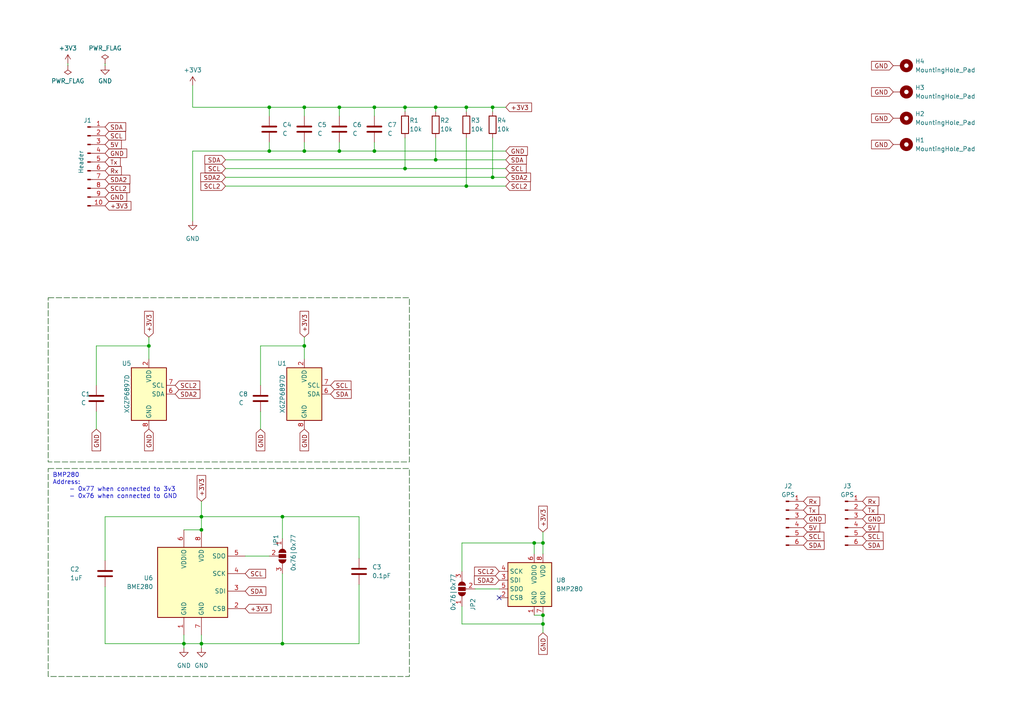
<source format=kicad_sch>
(kicad_sch (version 20230121) (generator eeschema)
  (paper "A4")
  (title_block (title "Airspeed") (date "2024-03-26") (rev "1") (company "velometa.com"))
  (lib_symbols
    (symbol "Connector:Conn_01x06_Pin" (pin_names (offset 1.016) hide)
      (property "Reference" "J" (at 0 7.62 0))
      (property "Value" "Conn_01x06_Pin" (at 0 -10.16 0))
      (symbol "Conn_01x06_Pin_1_1"
        (polyline (pts (xy 1.27 -7.62) (xy 0.8636 -7.62)) (stroke (width 0.1524)))
        (polyline (pts (xy 1.27 -5.08) (xy 0.8636 -5.08)) (stroke (width 0.1524)))
        (polyline (pts (xy 1.27 -2.54) (xy 0.8636 -2.54)) (stroke (width 0.1524)))
        (polyline (pts (xy 1.27 0) (xy 0.8636 0)) (stroke (width 0.1524)))
        (polyline (pts (xy 1.27 2.54) (xy 0.8636 2.54)) (stroke (width 0.1524)))
        (polyline (pts (xy 1.27 5.08) (xy 0.8636 5.08)) (stroke (width 0.1524)))
        (rectangle (start 0.8636 -7.493) (end 0 -7.747) (stroke (width 0.1524)) (fill (type outline)))
        (rectangle (start 0.8636 -4.953) (end 0 -5.207) (stroke (width 0.1524)) (fill (type outline)))
        (rectangle (start 0.8636 -2.413) (end 0 -2.667) (stroke (width 0.1524)) (fill (type outline)))
        (rectangle (start 0.8636 0.127) (end 0 -0.127) (stroke (width 0.1524)) (fill (type outline)))
        (rectangle (start 0.8636 2.667) (end 0 2.413) (stroke (width 0.1524)) (fill (type outline)))
        (rectangle (start 0.8636 5.207) (end 0 4.953) (stroke (width 0.1524)) (fill (type outline)))
        (pin passive line (at 5.08 5.08 180) (length 3.81) (name "Pin_1") (number "1"))
        (pin passive line (at 5.08 2.54 180) (length 3.81) (name "Pin_2") (number "2"))
        (pin passive line (at 5.08 0 180) (length 3.81) (name "Pin_3") (number "3"))
        (pin passive line (at 5.08 -2.54 180) (length 3.81) (name "Pin_4") (number "4"))
        (pin passive line (at 5.08 -5.08 180) (length 3.81) (name "Pin_5") (number "5"))
        (pin passive line (at 5.08 -7.62 180) (length 3.81) (name "Pin_6") (number "6"))
      )
    )
    (symbol "Connector:Conn_01x10_Pin" (pin_names (offset 1.016) hide)
      (property "Reference" "J" (at 0 12.7 0))
      (property "Value" "Conn_01x10_Pin" (at 0 -15.24 0))
      (symbol "Conn_01x10_Pin_1_1"
        (polyline (pts (xy 1.27 -12.7) (xy 0.8636 -12.7)) (stroke (width 0.1524)))
        (polyline (pts (xy 1.27 -10.16) (xy 0.8636 -10.16)) (stroke (width 0.1524)))
        (polyline (pts (xy 1.27 -7.62) (xy 0.8636 -7.62)) (stroke (width 0.1524)))
        (polyline (pts (xy 1.27 -5.08) (xy 0.8636 -5.08)) (stroke (width 0.1524)))
        (polyline (pts (xy 1.27 -2.54) (xy 0.8636 -2.54)) (stroke (width 0.1524)))
        (polyline (pts (xy 1.27 0) (xy 0.8636 0)) (stroke (width 0.1524)))
        (polyline (pts (xy 1.27 2.54) (xy 0.8636 2.54)) (stroke (width 0.1524)))
        (polyline (pts (xy 1.27 5.08) (xy 0.8636 5.08)) (stroke (width 0.1524)))
        (polyline (pts (xy 1.27 7.62) (xy 0.8636 7.62)) (stroke (width 0.1524)))
        (polyline (pts (xy 1.27 10.16) (xy 0.8636 10.16)) (stroke (width 0.1524)))
        (rectangle (start 0.8636 -12.573) (end 0 -12.827) (stroke (width 0.1524)) (fill (type outline)))
        (rectangle (start 0.8636 -10.033) (end 0 -10.287) (stroke (width 0.1524)) (fill (type outline)))
        (rectangle (start 0.8636 -7.493) (end 0 -7.747) (stroke (width 0.1524)) (fill (type outline)))
        (rectangle (start 0.8636 -4.953) (end 0 -5.207) (stroke (width 0.1524)) (fill (type outline)))
        (rectangle (start 0.8636 -2.413) (end 0 -2.667) (stroke (width 0.1524)) (fill (type outline)))
        (rectangle (start 0.8636 0.127) (end 0 -0.127) (stroke (width 0.1524)) (fill (type outline)))
        (rectangle (start 0.8636 2.667) (end 0 2.413) (stroke (width 0.1524)) (fill (type outline)))
        (rectangle (start 0.8636 5.207) (end 0 4.953) (stroke (width 0.1524)) (fill (type outline)))
        (rectangle (start 0.8636 7.747) (end 0 7.493) (stroke (width 0.1524)) (fill (type outline)))
        (rectangle (start 0.8636 10.287) (end 0 10.033) (stroke (width 0.1524)) (fill (type outline)))
        (pin passive line (at 5.08 10.16 180) (length 3.81) (name "Pin_1") (number "1"))
        (pin passive line (at 5.08 -12.7 180) (length 3.81) (name "Pin_10") (number "10"))
        (pin passive line (at 5.08 7.62 180) (length 3.81) (name "Pin_2") (number "2"))
        (pin passive line (at 5.08 5.08 180) (length 3.81) (name "Pin_3") (number "3"))
        (pin passive line (at 5.08 2.54 180) (length 3.81) (name "Pin_4") (number "4"))
        (pin passive line (at 5.08 0 180) (length 3.81) (name "Pin_5") (number "5"))
        (pin passive line (at 5.08 -2.54 180) (length 3.81) (name "Pin_6") (number "6"))
        (pin passive line (at 5.08 -5.08 180) (length 3.81) (name "Pin_7") (number "7"))
        (pin passive line (at 5.08 -7.62 180) (length 3.81) (name "Pin_8") (number "8"))
        (pin passive line (at 5.08 -10.16 180) (length 3.81) (name "Pin_9") (number "9"))
      )
    )
    (symbol "Device:C" (pin_numbers hide) (pin_names (offset 0.254))
      (property "Reference" "C" (at 0.635 2.54 0))
      (property "Value" "C" (at 0.635 -2.54 0))
      (symbol "C_0_1"
        (polyline (pts (xy -2.032 -0.762) (xy 2.032 -0.762)) (stroke (width 0.508)))
        (polyline (pts (xy -2.032 0.762) (xy 2.032 0.762)) (stroke (width 0.508)))
      )
      (symbol "C_1_1"
        (pin passive line (at 0 3.81 270) (length 2.794) (name "~") (number "1"))
        (pin passive line (at 0 -3.81 90) (length 2.794) (name "~") (number "2"))
      )
    )
    (symbol "Device:R" (pin_numbers hide) (pin_names (offset 0))
      (property "Reference" "R" (at 2.032 0 90))
      (property "Value" "R" (at 0 0 90))
      (symbol "R_0_1"
        (rectangle (start -1.016 -2.54) (end 1.016 2.54) (stroke (width 0.254)))
      )
      (symbol "R_1_1"
        (pin passive line (at 0 3.81 270) (length 1.27) (name "~") (number "1"))
        (pin passive line (at 0 -3.81 90) (length 1.27) (name "~") (number "2"))
      )
    )
    (symbol "Diff_Pressure:BMP280"
      (property "Reference" "U" (at -7.62 10.16 0))
      (property "Value" "BMP280" (at 5.08 10.16 0))
      (symbol "BMP280_0_1"
        (rectangle (start -7.62 -5.08) (end 5.08 7.62) (stroke (width 0.254)) (fill (type background)))
      )
      (symbol "BMP280_1_1"
        (pin power_in line (at 0 -7.62 90) (length 2.54) (name "GND") (number "1"))
        (pin input line (at -10.16 -2.54 0) (length 2.54) (name "CSB") (number "2"))
        (pin bidirectional line (at -10.16 2.54 0) (length 2.54) (name "SDI") (number "3"))
        (pin input line (at -10.16 5.08 0) (length 2.54) (name "SCK") (number "4"))
        (pin bidirectional line (at -10.16 0 0) (length 2.54) (name "SDO") (number "5"))
        (pin power_in line (at 0 10.16 270) (length 2.54) (name "VDDIO") (number "6"))
        (pin power_in line (at 2.54 -7.62 90) (length 2.54) (name "GND") (number "7"))
        (pin power_in line (at 2.54 10.16 270) (length 2.54) (name "VDD") (number "8"))
      )
    )
    (symbol "Diff_Pressure:XGZP6897D"
      (property "Reference" "U" (at -5.08 8.89 0))
      (property "Value" "XGZP6897D" (at 1.27 8.89 0))
      (symbol "XGZP6897D_0_1"
        (rectangle (start -5.08 7.62) (end 5.08 -7.62) (stroke (width 0.254)) (fill (type background)))
      )
      (symbol "XGZP6897D_1_0"
        (pin no_connect line (at -5.08 2.54 0) (length 2.54) hide (name "NC") (number "1"))
        (pin no_connect line (at -5.08 0 0) (length 2.54) hide (name "NC") (number "3"))
        (pin no_connect line (at -5.08 -2.54 0) (length 2.54) hide (name "NC") (number "4"))
        (pin no_connect line (at -5.08 -5.08 0) (length 2.54) hide (name "NC") (number "5"))
      )
      (symbol "XGZP6897D_1_1"
        (pin power_in line (at 0 10.16 270) (length 2.54) (name "VDD") (number "2"))
        (pin bidirectional line (at 7.62 0 180) (length 2.54) (name "SDA") (number "6"))
        (pin passive line (at 7.62 2.54 180) (length 2.54) (name "SCL") (number "7"))
        (pin power_in line (at 0 -10.16 90) (length 2.54) (name "GND") (number "8"))
      )
    )
    (symbol "Jumper:SolderJumper_3_Open" (pin_names (offset 0) hide)
      (property "Reference" "JP" (at -2.54 -2.54 0))
      (property "Value" "SolderJumper_3_Open" (at 0 2.794 0))
      (symbol "SolderJumper_3_Open_0_1"
        (arc (start -1.016 1.016) (mid -2.0276 0) (end -1.016 -1.016))
        (arc (start -1.016 1.016) (mid -2.0276 0) (end -1.016 -1.016) (fill (type outline)))
        (rectangle (start -0.508 1.016) (end 0.508 -1.016) (fill (type outline)))
        (polyline (pts (xy -2.54 0) (xy -2.032 0)))
        (polyline (pts (xy -1.016 1.016) (xy -1.016 -1.016)))
        (polyline (pts (xy 0 -1.27) (xy 0 -1.016)))
        (polyline (pts (xy 1.016 1.016) (xy 1.016 -1.016)))
        (polyline (pts (xy 2.54 0) (xy 2.032 0)))
        (arc (start 1.016 -1.016) (mid 2.0276 0) (end 1.016 1.016))
        (arc (start 1.016 -1.016) (mid 2.0276 0) (end 1.016 1.016) (fill (type outline)))
      )
      (symbol "SolderJumper_3_Open_1_1"
        (pin passive line (at -5.08 0 0) (length 2.54) (name "A") (number "1"))
        (pin passive line (at 0 -3.81 90) (length 2.54) (name "C") (number "2"))
        (pin passive line (at 5.08 0 180) (length 2.54) (name "B") (number "3"))
      )
    )
    (symbol "Mechanical:MountingHole_Pad" (pin_numbers hide) (pin_names (offset 1.016) hide)
      (property "Reference" "H" (at 0 6.35 0))
      (property "Value" "MountingHole_Pad" (at 0 4.445 0))
      (symbol "MountingHole_Pad_0_1"
        (circle (center 0 1.27) (radius 1.27) (stroke (width 1.27)))
      )
      (symbol "MountingHole_Pad_1_1"
        (pin input line (at 0 -2.54 90) (length 2.54) (name "1") (number "1"))
      )
    )
    (symbol "Sensor:BME280"
      (property "Reference" "U" (at -8.89 11.43 0))
      (property "Value" "BME280" (at 7.62 11.43 0))
      (symbol "BME280_0_1"
        (rectangle (start -10.16 10.16) (end 10.16 -10.16) (stroke (width 0.254)) (fill (type background)))
      )
      (symbol "BME280_1_1"
        (pin power_in line (at -2.54 -15.24 90) (length 5.08) (name "GND") (number "1"))
        (pin input line (at 15.24 -7.62 180) (length 5.08) (name "CSB") (number "2"))
        (pin bidirectional line (at 15.24 -2.54 180) (length 5.08) (name "SDI") (number "3"))
        (pin input line (at 15.24 2.54 180) (length 5.08) (name "SCK") (number "4"))
        (pin bidirectional line (at 15.24 7.62 180) (length 5.08) (name "SDO") (number "5"))
        (pin power_in line (at -2.54 15.24 270) (length 5.08) (name "VDDIO") (number "6"))
        (pin power_in line (at 2.54 -15.24 90) (length 5.08) (name "GND") (number "7"))
        (pin power_in line (at 2.54 15.24 270) (length 5.08) (name "VDD") (number "8"))
      )
    )
    (symbol "power:+3V3" (power) (pin_names (offset 0))
      (property "Value" "+3V3" (at 0 3.556 0))
      (symbol "+3V3_0_1"
        (polyline (pts (xy -0.762 1.27) (xy 0 2.54)))
        (polyline (pts (xy 0 0) (xy 0 2.54)))
        (polyline (pts (xy 0 2.54) (xy 0.762 1.27)))
      )
      (symbol "+3V3_1_1"
        (pin power_in line (at 0 0 90) (length 0) hide (name "+3V3") (number "1"))
      )
    )
    (symbol "power:GND" (power) (pin_names (offset 0))
      (property "Value" "GND" (at 0 -3.81 0))
      (symbol "GND_0_1"
        (polyline (pts (xy 0 0) (xy 0 -1.27) (xy 1.27 -1.27) (xy 0 -2.54) (xy -1.27 -1.27) (xy 0 -1.27)))
      )
      (symbol "GND_1_1"
        (pin power_in line (at 0 0 270) (length 0) hide (name "GND") (number "1"))
      )
    )
    (symbol "power:PWR_FLAG" (power) (pin_numbers hide) (pin_names (offset 0) hide)
      (property "Value" "PWR_FLAG" (at 0 3.81 0))
      (symbol "PWR_FLAG_0_0"
        (pin power_out line (at 0 0 90) (length 0) (name "pwr") (number "1"))
      )
      (symbol "PWR_FLAG_0_1"
        (polyline (pts (xy 0 0) (xy 0 1.27) (xy -1.016 1.905) (xy 0 2.54) (xy 1.016 1.905) (xy 0 1.27)))
      )
    )
  )
  (junction (at 108.585 43.815))
  (junction (at 135.255 53.975))
  (junction (at 88.265 100.33))
  (junction (at 126.365 46.355))
  (junction (at 58.42 186.69))
  (junction (at 108.585 31.115))
  (junction (at 43.18 100.33))
  (junction (at 142.875 51.435))
  (junction (at 78.105 31.115))
  (junction (at 157.48 157.48))
  (junction (at 117.475 48.895))
  (junction (at 81.915 149.86))
  (junction (at 157.48 180.975))
  (junction (at 58.42 153.67))
  (junction (at 126.365 31.115))
  (junction (at 142.875 31.115))
  (junction (at 78.105 43.815))
  (junction (at 81.915 186.69))
  (junction (at 154.94 157.48))
  (junction (at 53.34 186.69))
  (junction (at 117.475 31.115))
  (junction (at 135.255 31.115))
  (junction (at 58.42 149.86))
  (junction (at 88.265 31.115))
  (junction (at 98.425 43.815))
  (junction (at 157.48 178.435))
  (junction (at 88.265 43.815))
  (junction (at 98.425 31.115))
  (no_connect (at 144.78 173.355))
  (wire (pts (xy 154.94 178.435) (xy 157.48 178.435)))
  (wire (pts (xy 142.875 51.435) (xy 146.685 51.435)))
  (wire (pts (xy 78.105 43.815) (xy 88.265 43.815)))
  (wire (pts (xy 27.94 100.33) (xy 27.94 111.76)))
  (wire (pts (xy 53.34 186.69) (xy 58.42 186.69)))
  (wire (pts (xy 142.875 40.005) (xy 142.875 51.435)))
  (wire (pts (xy 126.365 46.355) (xy 146.685 46.355)))
  (wire (pts (xy 53.34 153.67) (xy 58.42 153.67)))
  (wire (pts (xy 30.48 170.18) (xy 30.48 186.69)))
  (wire (pts (xy 27.94 124.46) (xy 27.94 119.38)))
  (wire (pts (xy 78.105 41.275) (xy 78.105 43.815)))
  (wire (pts (xy 81.915 149.86) (xy 104.14 149.86)))
  (wire (pts (xy 142.875 32.385) (xy 142.875 31.115)))
  (wire (pts (xy 53.34 186.69) (xy 53.34 187.96)))
  (wire (pts (xy 133.985 175.895) (xy 133.985 180.975)))
  (wire (pts (xy 157.48 183.515) (xy 157.48 180.975)))
  (wire (pts (xy 126.365 40.005) (xy 126.365 46.355)))
  (wire (pts (xy 133.985 157.48) (xy 154.94 157.48)))
  (wire (pts (xy 78.105 31.115) (xy 78.105 33.655)))
  (wire (pts (xy 55.88 31.115) (xy 78.105 31.115)))
  (wire (pts (xy 58.42 149.86) (xy 81.915 149.86)))
  (wire (pts (xy 104.14 169.545) (xy 104.14 186.69)))
  (wire (pts (xy 88.265 100.33) (xy 88.265 104.14)))
  (wire (pts (xy 30.48 149.86) (xy 58.42 149.86)))
  (wire (pts (xy 81.915 166.37) (xy 81.915 186.69)))
  (wire (pts (xy 135.255 40.005) (xy 135.255 53.975)))
  (wire (pts (xy 108.585 43.815) (xy 146.685 43.815)))
  (wire (pts (xy 71.12 161.29) (xy 78.105 161.29)))
  (wire (pts (xy 53.34 186.69) (xy 53.34 184.15)))
  (wire (pts (xy 154.94 157.48) (xy 154.94 160.655)))
  (wire (pts (xy 58.42 186.69) (xy 81.915 186.69)))
  (wire (pts (xy 117.475 31.115) (xy 117.475 32.385)))
  (wire (pts (xy 135.255 53.975) (xy 65.405 53.975)))
  (wire (pts (xy 81.915 156.21) (xy 81.915 149.86)))
  (wire (pts (xy 157.48 180.975) (xy 157.48 178.435)))
  (wire (pts (xy 88.265 41.275) (xy 88.265 43.815)))
  (wire (pts (xy 146.685 53.975) (xy 135.255 53.975)))
  (wire (pts (xy 81.915 186.69) (xy 104.14 186.69)))
  (wire (pts (xy 78.105 31.115) (xy 88.265 31.115)))
  (wire (pts (xy 27.94 100.33) (xy 43.18 100.33)))
  (wire (pts (xy 98.425 43.815) (xy 108.585 43.815)))
  (wire (pts (xy 58.42 145.415) (xy 58.42 149.86)))
  (wire (pts (xy 65.405 51.435) (xy 142.875 51.435)))
  (wire (pts (xy 88.265 31.115) (xy 98.425 31.115)))
  (wire (pts (xy 135.255 32.385) (xy 135.255 31.115)))
  (wire (pts (xy 30.48 18.415) (xy 30.48 19.05)))
  (wire (pts (xy 133.985 165.735) (xy 133.985 157.48)))
  (wire (pts (xy 98.425 31.115) (xy 108.585 31.115)))
  (wire (pts (xy 58.42 149.86) (xy 58.42 153.67)))
  (wire (pts (xy 108.585 31.115) (xy 117.475 31.115)))
  (wire (pts (xy 117.475 31.115) (xy 126.365 31.115)))
  (wire (pts (xy 58.42 184.15) (xy 58.42 186.69)))
  (wire (pts (xy 157.48 157.48) (xy 157.48 160.655)))
  (wire (pts (xy 30.48 186.69) (xy 53.34 186.69)))
  (wire (pts (xy 58.42 187.96) (xy 58.42 186.69)))
  (wire (pts (xy 55.88 24.765) (xy 55.88 31.115)))
  (wire (pts (xy 104.14 161.925) (xy 104.14 149.86)))
  (wire (pts (xy 75.565 111.76) (xy 75.565 100.33)))
  (wire (pts (xy 65.405 46.355) (xy 126.365 46.355)))
  (wire (pts (xy 98.425 41.275) (xy 98.425 43.815)))
  (wire (pts (xy 88.265 97.79) (xy 88.265 100.33)))
  (wire (pts (xy 108.585 31.115) (xy 108.585 33.655)))
  (wire (pts (xy 55.88 43.815) (xy 55.88 64.135)))
  (wire (pts (xy 108.585 41.275) (xy 108.585 43.815)))
  (wire (pts (xy 157.48 154.305) (xy 157.48 157.48)))
  (wire (pts (xy 117.475 40.005) (xy 117.475 48.895)))
  (wire (pts (xy 135.255 31.115) (xy 126.365 31.115)))
  (wire (pts (xy 75.565 124.46) (xy 75.565 119.38)))
  (wire (pts (xy 55.88 43.815) (xy 78.105 43.815)))
  (wire (pts (xy 19.685 19.05) (xy 19.685 18.415)))
  (wire (pts (xy 117.475 48.895) (xy 146.685 48.895)))
  (wire (pts (xy 146.685 31.115) (xy 142.875 31.115)))
  (wire (pts (xy 137.795 170.815) (xy 144.78 170.815)))
  (wire (pts (xy 43.18 100.33) (xy 43.18 104.14)))
  (wire (pts (xy 65.405 48.895) (xy 117.475 48.895)))
  (wire (pts (xy 142.875 31.115) (xy 135.255 31.115)))
  (wire (pts (xy 154.94 157.48) (xy 157.48 157.48)))
  (wire (pts (xy 126.365 31.115) (xy 126.365 32.385)))
  (wire (pts (xy 88.265 31.115) (xy 88.265 33.655)))
  (wire (pts (xy 30.48 162.56) (xy 30.48 149.86)))
  (wire (pts (xy 98.425 31.115) (xy 98.425 33.655)))
  (wire (pts (xy 133.985 180.975) (xy 157.48 180.975)))
  (wire (pts (xy 75.565 100.33) (xy 88.265 100.33)))
  (wire (pts (xy 43.18 97.79) (xy 43.18 100.33)))
  (wire (pts (xy 88.265 43.815) (xy 98.425 43.815)))
  (rectangle (start 13.97 135.89) (end 118.745 196.215) (stroke (width 0) (type dash) (color 0 72 0 1)))
  (rectangle (start 13.97 86.36) (end 118.745 133.985) (stroke (width 0) (type dash) (color 0 72 0 1)))
  (text "BMP280 \nAddress: \n	- 0x77 when connected to 3v3\n	- 0x76 when connected to GND" (at 15.24 144.78 0) (effects (font (size 1.27 1.27)) (justify left bottom)))
  (global_label "SCL" (shape input) (at 250.19 155.575 0) (property "Intersheetrefs" "${INTERSHEET_REFS}" (effects hide)))
  (global_label "SDA2" (shape input) (at 30.48 52.07 0) (property "Intersheetrefs" "${INTERSHEET_REFS}" (effects hide)))
  (global_label "Tx" (shape input) (at 250.19 147.955 0) (property "Intersheetrefs" "${INTERSHEET_REFS}" (effects hide)))
  (global_label "SCL2" (shape input) (at 144.78 165.735 180) (property "Intersheetrefs" "${INTERSHEET_REFS}" (effects hide)))
  (global_label "GND" (shape input) (at 88.265 124.46 270) (property "Intersheetrefs" "${INTERSHEET_REFS}" (effects hide)))
  (global_label "GND" (shape input) (at 157.48 183.515 270) (property "Intersheetrefs" "${INTERSHEET_REFS}" (effects hide)))
  (global_label "Tx" (shape input) (at 30.48 46.99 0) (property "Intersheetrefs" "${INTERSHEET_REFS}" (effects hide)))
  (global_label "GND" (shape input) (at 75.565 124.46 270) (property "Intersheetrefs" "${INTERSHEET_REFS}" (effects hide)))
  (global_label "Rx" (shape input) (at 233.045 145.415 0) (property "Intersheetrefs" "${INTERSHEET_REFS}" (effects hide)))
  (global_label "GND" (shape input) (at 30.48 57.15 0) (property "Intersheetrefs" "${INTERSHEET_REFS}" (effects hide)))
  (global_label "+3V3" (shape input) (at 30.48 59.69 0) (property "Intersheetrefs" "${INTERSHEET_REFS}" (effects hide)))
  (global_label "SDA" (shape input) (at 146.685 46.355 0) (property "Intersheetrefs" "${INTERSHEET_REFS}" (effects hide)))
  (global_label "GND" (shape input) (at 27.94 124.46 270) (property "Intersheetrefs" "${INTERSHEET_REFS}" (effects hide)))
  (global_label "GND" (shape input) (at 250.19 150.495 0) (property "Intersheetrefs" "${INTERSHEET_REFS}" (effects hide)))
  (global_label "SDA" (shape input) (at 233.045 158.115 0) (property "Intersheetrefs" "${INTERSHEET_REFS}" (effects hide)))
  (global_label "Tx" (shape input) (at 233.045 147.955 0) (property "Intersheetrefs" "${INTERSHEET_REFS}" (effects hide)))
  (global_label "Rx" (shape input) (at 30.48 49.53 0) (property "Intersheetrefs" "${INTERSHEET_REFS}" (effects hide)))
  (global_label "SCL2" (shape input) (at 50.8 111.76 0) (property "Intersheetrefs" "${INTERSHEET_REFS}" (effects hide)))
  (global_label "5V" (shape input) (at 30.48 41.91 0) (property "Intersheetrefs" "${INTERSHEET_REFS}" (effects hide)))
  (global_label "+3V3" (shape input) (at 43.18 97.79 90) (property "Intersheetrefs" "${INTERSHEET_REFS}" (effects hide)))
  (global_label "+3V3" (shape input) (at 58.42 145.415 90) (property "Intersheetrefs" "${INTERSHEET_REFS}" (effects hide)))
  (global_label "Rx" (shape input) (at 250.19 145.415 0) (property "Intersheetrefs" "${INTERSHEET_REFS}" (effects hide)))
  (global_label "+3V3" (shape input) (at 88.265 97.79 90) (property "Intersheetrefs" "${INTERSHEET_REFS}" (effects hide)))
  (global_label "GND" (shape input) (at 259.08 34.29 180) (property "Intersheetrefs" "${INTERSHEET_REFS}" (effects hide)))
  (global_label "5V" (shape input) (at 250.19 153.035 0) (property "Intersheetrefs" "${INTERSHEET_REFS}" (effects hide)))
  (global_label "SDA2" (shape input) (at 65.405 51.435 180) (property "Intersheetrefs" "${INTERSHEET_REFS}" (effects hide)))
  (global_label "SCL" (shape input) (at 71.12 166.37 0) (property "Intersheetrefs" "${INTERSHEET_REFS}" (effects hide)))
  (global_label "SCL" (shape input) (at 65.405 48.895 180) (property "Intersheetrefs" "${INTERSHEET_REFS}" (effects hide)))
  (global_label "SDA" (shape input) (at 30.48 36.83 0) (property "Intersheetrefs" "${INTERSHEET_REFS}" (effects hide)))
  (global_label "+3V3" (shape input) (at 157.48 154.305 90) (property "Intersheetrefs" "${INTERSHEET_REFS}" (effects hide)))
  (global_label "SCL" (shape input) (at 233.045 155.575 0) (property "Intersheetrefs" "${INTERSHEET_REFS}" (effects hide)))
  (global_label "GND" (shape input) (at 233.045 150.495 0) (property "Intersheetrefs" "${INTERSHEET_REFS}" (effects hide)))
  (global_label "+3V3" (shape input) (at 146.685 31.115 0) (property "Intersheetrefs" "${INTERSHEET_REFS}" (effects hide)))
  (global_label "SCL" (shape input) (at 95.885 111.76 0) (property "Intersheetrefs" "${INTERSHEET_REFS}" (effects hide)))
  (global_label "GND" (shape input) (at 30.48 44.45 0) (property "Intersheetrefs" "${INTERSHEET_REFS}" (effects hide)))
  (global_label "SDA" (shape input) (at 95.885 114.3 0) (property "Intersheetrefs" "${INTERSHEET_REFS}" (effects hide)))
  (global_label "GND" (shape input) (at 259.08 41.91 180) (property "Intersheetrefs" "${INTERSHEET_REFS}" (effects hide)))
  (global_label "SDA" (shape input) (at 250.19 158.115 0) (property "Intersheetrefs" "${INTERSHEET_REFS}" (effects hide)))
  (global_label "SDA2" (shape input) (at 50.8 114.3 0) (property "Intersheetrefs" "${INTERSHEET_REFS}" (effects hide)))
  (global_label "SCL2" (shape input) (at 30.48 54.61 0) (property "Intersheetrefs" "${INTERSHEET_REFS}" (effects hide)))
  (global_label "GND" (shape input) (at 259.08 19.05 180) (property "Intersheetrefs" "${INTERSHEET_REFS}" (effects hide)))
  (global_label "SDA" (shape input) (at 65.405 46.355 180) (property "Intersheetrefs" "${INTERSHEET_REFS}" (effects hide)))
  (global_label "SDA2" (shape input) (at 144.78 168.275 180) (property "Intersheetrefs" "${INTERSHEET_REFS}" (effects hide)))
  (global_label "GND" (shape input) (at 146.685 43.815 0) (property "Intersheetrefs" "${INTERSHEET_REFS}" (effects hide)))
  (global_label "SCL" (shape input) (at 30.48 39.37 0) (property "Intersheetrefs" "${INTERSHEET_REFS}" (effects hide)))
  (global_label "SCL" (shape input) (at 146.685 48.895 0) (property "Intersheetrefs" "${INTERSHEET_REFS}" (effects hide)))
  (global_label "SCL2" (shape input) (at 65.405 53.975 180) (property "Intersheetrefs" "${INTERSHEET_REFS}" (effects hide)))
  (global_label "SDA" (shape input) (at 71.12 171.45 0) (property "Intersheetrefs" "${INTERSHEET_REFS}" (effects hide)))
  (global_label "5V" (shape input) (at 233.045 153.035 0) (property "Intersheetrefs" "${INTERSHEET_REFS}" (effects hide)))
  (global_label "SCL2" (shape input) (at 146.685 53.975 0) (property "Intersheetrefs" "${INTERSHEET_REFS}" (effects hide)))
  (global_label "+3V3" (shape input) (at 71.12 176.53 0) (property "Intersheetrefs" "${INTERSHEET_REFS}" (effects hide)))
  (global_label "GND" (shape input) (at 43.18 124.46 270) (property "Intersheetrefs" "${INTERSHEET_REFS}" (effects hide)))
  (global_label "SDA2" (shape input) (at 146.685 51.435 0) (property "Intersheetrefs" "${INTERSHEET_REFS}" (effects hide)))
  (global_label "GND" (shape input) (at 259.08 26.67 180) (property "Intersheetrefs" "${INTERSHEET_REFS}" (effects hide)))
  (symbol (lib_id "Mechanical:MountingHole_Pad") (at 261.62 26.67 270) (unit 1)
    (property "Reference" "H3" (at 265.43 25.4 90) (effects (justify left)))
    (property "Value" "MountingHole_Pad" (at 265.43 27.94 90) (effects (justify left)))
    (property "Footprint" "MountingHole:MountingHole_2.7mm_M2.5_ISO14580_Pad" (effects hide))
  )
  (symbol (lib_id "Device:R") (at 135.255 36.195 0) (unit 1)
    (property "Reference" "R3" (at 136.525 34.925 0) (effects (justify left)))
    (property "Value" "10k" (at 136.525 37.465 0) (effects (justify left)))
    (property "Footprint" "Resistor_SMD:R_0805_2012Metric" (effects hide))
  )
  (symbol (lib_id "Mechanical:MountingHole_Pad") (at 261.62 41.91 270) (unit 1)
    (property "Reference" "H1" (at 265.43 40.64 90) (effects (justify left)))
    (property "Value" "MountingHole_Pad" (at 265.43 43.18 90) (effects (justify left)))
    (property "Footprint" "MountingHole:MountingHole_2.7mm_M2.5_ISO14580_Pad" (effects hide))
  )
  (symbol (lib_id "Diff_Pressure:XGZP6897D") (at 88.265 114.3 0) (unit 1)
    (property "Reference" "U1" (at 83.185 105.41 0) (effects (justify right)))
    (property "Value" "XGZP6897D" (at 81.915 108.585 90) (effects (justify right)))
    (property "Footprint" "niig:CFSensor_XGZP6897x" (effects hide))
    (property "Datasheet" "https://cfsensor.com/wp-content/uploads/2022/11/XGZP6897D-Pressure-Sensor-V2.7.pdf" (effects hide))
  )
  (symbol (lib_id "power:GND") (at 53.34 187.96 0) (unit 1)
    (property "Reference" "#PWR01" (effects hide))
    (property "Value" "GND" (at 53.34 193.04 0))
  )
  (symbol (lib_id "Device:C") (at 98.425 37.465 0) (unit 1)
    (property "Reference" "C6" (at 102.235 36.195 0) (effects (justify left)))
    (property "Value" "C" (at 102.235 38.735 0) (effects (justify left)))
    (property "Footprint" "Capacitor_SMD:C_0805_2012Metric" (effects hide))
  )
  (symbol (lib_id "Device:C") (at 75.565 115.57 0) (unit 1)
    (property "Reference" "C8" (at 69.215 114.3 0) (effects (justify left)))
    (property "Value" "C" (at 69.215 116.84 0) (effects (justify left)))
  )
  (symbol (lib_id "Device:R") (at 126.365 36.195 0) (unit 1)
    (property "Reference" "R2" (at 127.635 34.925 0) (effects (justify left)))
    (property "Value" "10k" (at 127.635 37.465 0) (effects (justify left)))
    (property "Footprint" "Resistor_SMD:R_0805_2012Metric" (effects hide))
  )
  (symbol (lib_id "Device:C") (at 104.14 165.735 0) (unit 1)
    (property "Reference" "C3" (at 107.95 164.465 0) (effects (justify left)))
    (property "Value" "0.1pF" (at 107.95 167.005 0) (effects (justify left)))
  )
  (symbol (lib_id "Device:C") (at 108.585 37.465 0) (unit 1)
    (property "Reference" "C7" (at 112.395 36.195 0) (effects (justify left)))
    (property "Value" "C" (at 112.395 38.735 0) (effects (justify left)))
  )
  (symbol (lib_id "Connector:Conn_01x06_Pin") (at 227.965 150.495 0) (unit 1)
    (property "Reference" "J2" (at 228.6 140.97 0))
    (property "Value" "GPS" (at 228.6 143.51 0))
    (property "Footprint" "Connector_JST:JST_SH_SM06B-SRSS-TB_1x06-1MP_P1.00mm_Horizontal" (effects hide))
  )
  (symbol (lib_id "power:GND") (at 30.48 19.05 0) (unit 1)
    (property "Reference" "#PWR06" (effects hide))
    (property "Value" "GND" (at 30.48 23.495 0))
  )
  (symbol (lib_id "power:PWR_FLAG") (at 30.48 18.415 0) (unit 1)
    (property "Reference" "#FLG02" (effects hide))
    (property "Value" "PWR_FLAG" (at 30.48 13.97 0))
  )
  (symbol (lib_id "Connector:Conn_01x10_Pin") (at 25.4 46.99 0) (unit 1)
    (property "Reference" "J1" (at 25.4 34.925 0))
    (property "Value" "Header" (at 23.495 46.99 90))
    (property "Footprint" "Connector_PinHeader_1.27mm:PinHeader_1x10_P1.27mm_Vertical" (effects hide))
  )
  (symbol (lib_id "power:PWR_FLAG") (at 19.685 19.05 180) (unit 1)
    (property "Reference" "#FLG01" (effects hide))
    (property "Value" "PWR_FLAG" (at 19.685 23.495 0))
  )
  (symbol (lib_id "Device:C") (at 88.265 37.465 0) (unit 1)
    (property "Reference" "C5" (at 92.075 36.195 0) (effects (justify left)))
    (property "Value" "C" (at 92.075 38.735 0) (effects (justify left)))
    (property "Footprint" "Capacitor_SMD:C_0805_2012Metric" (effects hide))
  )
  (symbol (lib_id "power:+3V3") (at 19.685 18.415 0) (unit 1)
    (property "Reference" "#PWR05" (effects hide))
    (property "Value" "+3V3" (at 19.685 13.97 0))
  )
  (symbol (lib_id "Connector:Conn_01x06_Pin") (at 245.11 150.495 0) (unit 1)
    (property "Reference" "J3" (at 245.745 140.97 0))
    (property "Value" "GPS" (at 245.745 143.51 0))
    (property "Footprint" "Connector_PinHeader_1.27mm:PinHeader_1x06_P1.27mm_Vertical" (effects hide))
  )
  (symbol (lib_id "Mechanical:MountingHole_Pad") (at 261.62 19.05 270) (unit 1)
    (property "Reference" "H4" (at 265.43 17.78 90) (effects (justify left)))
    (property "Value" "MountingHole_Pad" (at 265.43 20.32 90) (effects (justify left)))
    (property "Footprint" "MountingHole:MountingHole_2.7mm_M2.5_ISO14580_Pad" (effects hide))
  )
  (symbol (lib_id "Device:R") (at 142.875 36.195 0) (unit 1)
    (property "Reference" "R4" (at 144.145 34.925 0) (effects (justify left)))
    (property "Value" "10k" (at 144.145 37.465 0) (effects (justify left)))
    (property "Footprint" "Resistor_SMD:R_0805_2012Metric" (effects hide))
  )
  (symbol (lib_id "Diff_Pressure:XGZP6897D") (at 43.18 114.3 0) (unit 1)
    (property "Reference" "U5" (at 38.1 105.41 0) (effects (justify right)))
    (property "Value" "XGZP6897D" (at 36.83 108.585 90) (effects (justify right)))
    (property "Footprint" "niig:CFSensor_XGZP6897x" (effects hide))
    (property "Datasheet" "https://cfsensor.com/wp-content/uploads/2022/11/XGZP6897D-Pressure-Sensor-V2.7.pdf" (effects hide))
  )
  (symbol (lib_id "Jumper:SolderJumper_3_Open") (at 133.985 170.815 90) (unit 1)
    (property "Reference" "JP2" (at 137.16 177.165 0) (effects (justify left)))
    (property "Value" "0x76|0x77" (at 131.445 177.165 0) (effects (justify left)))
    (property "Footprint" "Jumper:SolderJumper-3_P1.3mm_Open_RoundedPad1.0x1.5mm" (effects hide))
  )
  (symbol (lib_id "power:GND") (at 55.88 64.135 0) (unit 1)
    (property "Reference" "#PWR04" (effects hide))
    (property "Value" "GND" (at 55.88 69.215 0))
  )
  (symbol (lib_id "Device:C") (at 78.105 37.465 0) (unit 1)
    (property "Reference" "C4" (at 81.915 36.195 0) (effects (justify left)))
    (property "Value" "C" (at 81.915 38.735 0) (effects (justify left)))
    (property "Footprint" "Capacitor_SMD:C_0805_2012Metric" (effects hide))
  )
  (symbol (lib_id "Device:R") (at 117.475 36.195 0) (unit 1)
    (property "Reference" "R1" (at 118.745 34.925 0) (effects (justify left)))
    (property "Value" "10k" (at 118.745 37.465 0) (effects (justify left)))
    (property "Footprint" "Resistor_SMD:R_0805_2012Metric" (effects hide))
  )
  (symbol (lib_id "Device:C") (at 27.94 115.57 0) (unit 1)
    (property "Reference" "C1" (at 23.495 114.3 0) (effects (justify left)))
    (property "Value" "C" (at 23.495 116.84 0) (effects (justify left)))
  )
  (symbol (lib_id "power:GND") (at 58.42 187.96 0) (unit 1)
    (property "Reference" "#PWR03" (effects hide))
    (property "Value" "GND" (at 58.42 193.04 0))
  )
  (symbol (lib_id "Mechanical:MountingHole_Pad") (at 261.62 34.29 270) (unit 1)
    (property "Reference" "H2" (at 265.43 33.02 90) (effects (justify left)))
    (property "Value" "MountingHole_Pad" (at 265.43 35.56 90) (effects (justify left)))
    (property "Footprint" "MountingHole:MountingHole_2.7mm_M2.5_ISO14580_Pad" (effects hide))
  )
  (symbol (lib_id "Jumper:SolderJumper_3_Open") (at 81.915 161.29 270) (unit 1)
    (property "Reference" "JP1" (at 80.01 154.94 0) (effects (justify left)))
    (property "Value" "0x76|0x77" (at 85.09 154.94 0) (effects (justify left)))
    (property "Footprint" "Jumper:SolderJumper-3_P1.3mm_Open_RoundedPad1.0x1.5mm" (effects hide))
  )
  (symbol (lib_id "Sensor:BME280") (at 55.88 168.91 0) (unit 1)
    (property "Reference" "U6" (at 44.45 167.64 0) (effects (justify right)))
    (property "Value" "BME280" (at 44.45 170.18 0) (effects (justify right)))
    (property "Footprint" "Package_LGA:Bosch_LGA-8_2.5x2.5mm_P0.65mm_ClockwisePinNumbering" (effects hide))
    (property "Datasheet" "https://www.bosch-sensortec.com/media/boschsensortec/downloads/datasheets/bst-bme280-ds002.pdf" (effects hide))
  )
  (symbol (lib_id "power:+3V3") (at 55.88 24.765 0) (unit 1)
    (property "Reference" "#PWR02" (effects hide))
    (property "Value" "+3V3" (at 55.88 20.32 0))
  )
  (symbol (lib_id "Device:C") (at 30.48 166.37 0) (unit 1)
    (property "Reference" "C2" (at 20.32 165.1 0) (effects (justify left)))
    (property "Value" "1uF" (at 20.32 167.64 0) (effects (justify left)))
  )
  (symbol (lib_id "Diff_Pressure:BMP280") (at 154.94 170.815 0) (unit 1)
    (property "Reference" "U8" (at 161.29 168.275 0) (effects (justify left)))
    (property "Value" "BMP280" (at 161.29 170.815 0) (effects (justify left)))
    (property "Footprint" "Package_LGA:Bosch_LGA-8_2x2.5mm_P0.65mm_ClockwisePinNumbering" (effects hide))
    (property "Datasheet" "https://ae-bst.resource.bosch.com/media/_tech/media/datasheets/BST-BMP280-DS001.pdf" (effects hide))
  )
)
</source>
